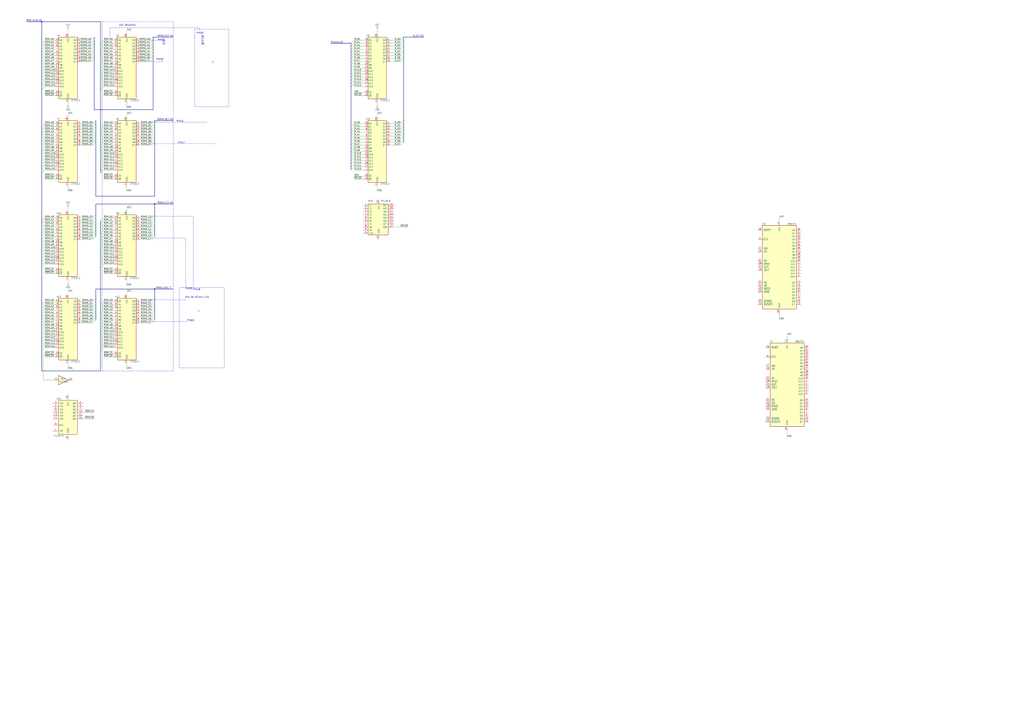
<source format=kicad_sch>
(kicad_sch (version 20211123) (generator eeschema)
  (paper "A1")
  (junction (at 34.29 17.78))
  (junction (at 127 167.64))
  (junction (at 127 237.49))
  (bus_entry (at 123.19 48.26) (size 2.54 -2.54))
  (bus_entry (at 76.2 111.76) (size 2.54 -2.54))
  (bus_entry (at 34.29 278.13) (size 2.54 -2.54))
  (bus_entry (at 34.29 212.09) (size 2.54 -2.54))
  (bus_entry (at 76.2 184.15) (size 2.54 -2.54))
  (bus_entry (at 82.55 106.68) (size 2.54 -2.54))
  (bus_entry (at 288.29 116.84) (size 2.54 -2.54))
  (bus_entry (at 288.29 111.76) (size 2.54 -2.54))
  (bus_entry (at 82.55 73.66) (size 2.54 -2.54))
  (bus_entry (at 123.19 38.1) (size 2.54 -2.54))
  (bus_entry (at 328.93 114.3) (size 2.54 -2.54))
  (bus_entry (at 34.29 45.72) (size 2.54 -2.54))
  (bus_entry (at 82.55 194.31) (size 2.54 -2.54))
  (bus_entry (at 34.29 73.66) (size 2.54 -2.54))
  (bus_entry (at 34.29 35.56) (size 2.54 -2.54))
  (bus_entry (at 76.2 109.22) (size 2.54 -2.54))
  (bus_entry (at 328.93 43.18) (size 2.54 -2.54))
  (bus_entry (at 76.2 106.68) (size 2.54 -2.54))
  (bus_entry (at 34.29 270.51) (size 2.54 -2.54))
  (bus_entry (at 82.55 217.17) (size 2.54 -2.54))
  (bus_entry (at 288.29 132.08) (size 2.54 -2.54))
  (bus_entry (at 82.55 219.71) (size 2.54 -2.54))
  (bus_entry (at 74.93 45.72) (size 2.54 -2.54))
  (bus_entry (at 82.55 142.24) (size 2.54 -2.54))
  (bus_entry (at 34.29 137.16) (size 2.54 -2.54))
  (bus_entry (at 82.55 204.47) (size 2.54 -2.54))
  (bus_entry (at 34.29 116.84) (size 2.54 -2.54))
  (bus_entry (at 288.29 137.16) (size 2.54 -2.54))
  (bus_entry (at 82.55 250.19) (size 2.54 -2.54))
  (bus_entry (at 124.46 179.07) (size 2.54 -2.54))
  (bus_entry (at 34.29 68.58) (size 2.54 -2.54))
  (bus_entry (at 82.55 262.89) (size 2.54 -2.54))
  (bus_entry (at 124.46 114.3) (size 2.54 -2.54))
  (bus_entry (at 124.46 116.84) (size 2.54 -2.54))
  (bus_entry (at 328.93 35.56) (size 2.54 -2.54))
  (bus_entry (at 328.93 106.68) (size 2.54 -2.54))
  (bus_entry (at 34.29 273.05) (size 2.54 -2.54))
  (bus_entry (at 328.93 116.84) (size 2.54 -2.54))
  (bus_entry (at 328.93 38.1) (size 2.54 -2.54))
  (bus_entry (at 76.2 257.81) (size 2.54 -2.54))
  (bus_entry (at 34.29 285.75) (size 2.54 -2.54))
  (bus_entry (at 76.2 181.61) (size 2.54 -2.54))
  (bus_entry (at 82.55 199.39) (size 2.54 -2.54))
  (bus_entry (at 76.2 191.77) (size 2.54 -2.54))
  (bus_entry (at 82.55 186.69) (size 2.54 -2.54))
  (bus_entry (at 124.46 247.65) (size 2.54 -2.54))
  (bus_entry (at 34.29 53.34) (size 2.54 -2.54))
  (bus_entry (at 82.55 50.8) (size 2.54 -2.54))
  (bus_entry (at 82.55 127) (size 2.54 -2.54))
  (bus_entry (at 82.55 275.59) (size 2.54 -2.54))
  (bus_entry (at 124.46 196.85) (size 2.54 -2.54))
  (bus_entry (at 76.2 114.3) (size 2.54 -2.54))
  (bus_entry (at 76.2 116.84) (size 2.54 -2.54))
  (bus_entry (at 76.2 255.27) (size 2.54 -2.54))
  (bus_entry (at 82.55 68.58) (size 2.54 -2.54))
  (bus_entry (at 82.55 48.26) (size 2.54 -2.54))
  (bus_entry (at 124.46 252.73) (size 2.54 -2.54))
  (bus_entry (at 76.2 247.65) (size 2.54 -2.54))
  (bus_entry (at 82.55 134.62) (size 2.54 -2.54))
  (bus_entry (at 34.29 142.24) (size 2.54 -2.54))
  (bus_entry (at 34.29 129.54) (size 2.54 -2.54))
  (bus_entry (at 34.29 280.67) (size 2.54 -2.54))
  (bus_entry (at 288.29 71.12) (size 2.54 -2.54))
  (bus_entry (at 34.29 43.18) (size 2.54 -2.54))
  (bus_entry (at 34.29 262.89) (size 2.54 -2.54))
  (bus_entry (at 34.29 63.5) (size 2.54 -2.54))
  (bus_entry (at 328.93 109.22) (size 2.54 -2.54))
  (bus_entry (at 74.93 35.56) (size 2.54 -2.54))
  (bus_entry (at 288.29 55.88) (size 2.54 -2.54))
  (bus_entry (at 288.29 35.56) (size 2.54 -2.54))
  (bus_entry (at 82.55 280.67) (size 2.54 -2.54))
  (bus_entry (at 76.2 194.31) (size 2.54 -2.54))
  (bus_entry (at 288.29 60.96) (size 2.54 -2.54))
  (bus_entry (at 124.46 181.61) (size 2.54 -2.54))
  (bus_entry (at 124.46 104.14) (size 2.54 -2.54))
  (bus_entry (at 76.2 196.85) (size 2.54 -2.54))
  (bus_entry (at 76.2 179.07) (size 2.54 -2.54))
  (bus_entry (at 82.55 214.63) (size 2.54 -2.54))
  (bus_entry (at 82.55 207.01) (size 2.54 -2.54))
  (bus_entry (at 124.46 194.31) (size 2.54 -2.54))
  (bus_entry (at 124.46 119.38) (size 2.54 -2.54))
  (bus_entry (at 288.29 63.5) (size 2.54 -2.54))
  (bus_entry (at 34.29 71.12) (size 2.54 -2.54))
  (bus_entry (at 288.29 68.58) (size 2.54 -2.54))
  (bus_entry (at 288.29 106.68) (size 2.54 -2.54))
  (bus_entry (at 34.29 40.64) (size 2.54 -2.54))
  (bus_entry (at 34.29 267.97) (size 2.54 -2.54))
  (bus_entry (at 123.19 40.64) (size 2.54 -2.54))
  (bus_entry (at 82.55 121.92) (size 2.54 -2.54))
  (bus_entry (at 82.55 191.77) (size 2.54 -2.54))
  (bus_entry (at 124.46 106.68) (size 2.54 -2.54))
  (bus_entry (at 82.55 55.88) (size 2.54 -2.54))
  (bus_entry (at 82.55 58.42) (size 2.54 -2.54))
  (bus_entry (at 76.2 101.6) (size 2.54 -2.54))
  (bus_entry (at 34.29 189.23) (size 2.54 -2.54))
  (bus_entry (at 34.29 119.38) (size 2.54 -2.54))
  (bus_entry (at 288.29 127) (size 2.54 -2.54))
  (bus_entry (at 34.29 257.81) (size 2.54 -2.54))
  (bus_entry (at 328.93 104.14) (size 2.54 -2.54))
  (bus_entry (at 328.93 119.38) (size 2.54 -2.54))
  (bus_entry (at 288.29 50.8) (size 2.54 -2.54))
  (bus_entry (at 328.93 33.02) (size 2.54 -2.54))
  (bus_entry (at 34.29 283.21) (size 2.54 -2.54))
  (bus_entry (at 34.29 260.35) (size 2.54 -2.54))
  (bus_entry (at 288.29 109.22) (size 2.54 -2.54))
  (bus_entry (at 123.19 50.8) (size 2.54 -2.54))
  (bus_entry (at 288.29 124.46) (size 2.54 -2.54))
  (bus_entry (at 288.29 114.3) (size 2.54 -2.54))
  (bus_entry (at 34.29 288.29) (size 2.54 -2.54))
  (bus_entry (at 82.55 66.04) (size 2.54 -2.54))
  (bus_entry (at 34.29 48.26) (size 2.54 -2.54))
  (bus_entry (at 82.55 114.3) (size 2.54 -2.54))
  (bus_entry (at 123.19 33.02) (size 2.54 -2.54))
  (bus_entry (at 288.29 45.72) (size 2.54 -2.54))
  (bus_entry (at 74.93 40.64) (size 2.54 -2.54))
  (bus_entry (at 82.55 181.61) (size 2.54 -2.54))
  (bus_entry (at 82.55 285.75) (size 2.54 -2.54))
  (bus_entry (at 34.29 132.08) (size 2.54 -2.54))
  (bus_entry (at 34.29 184.15) (size 2.54 -2.54))
  (bus_entry (at 76.2 260.35) (size 2.54 -2.54))
  (bus_entry (at 288.29 58.42) (size 2.54 -2.54))
  (bus_entry (at 76.2 189.23) (size 2.54 -2.54))
  (bus_entry (at 328.93 111.76) (size 2.54 -2.54))
  (bus_entry (at 124.46 189.23) (size 2.54 -2.54))
  (bus_entry (at 34.29 38.1) (size 2.54 -2.54))
  (bus_entry (at 124.46 265.43) (size 2.54 -2.54))
  (bus_entry (at 124.46 186.69) (size 2.54 -2.54))
  (bus_entry (at 34.29 204.47) (size 2.54 -2.54))
  (bus_entry (at 288.29 104.14) (size 2.54 -2.54))
  (bus_entry (at 34.29 111.76) (size 2.54 -2.54))
  (bus_entry (at 82.55 209.55) (size 2.54 -2.54))
  (bus_entry (at 82.55 60.96) (size 2.54 -2.54))
  (bus_entry (at 34.29 194.31) (size 2.54 -2.54))
  (bus_entry (at 82.55 116.84) (size 2.54 -2.54))
  (bus_entry (at 82.55 184.15) (size 2.54 -2.54))
  (bus_entry (at 288.29 129.54) (size 2.54 -2.54))
  (bus_entry (at 82.55 40.64) (size 2.54 -2.54))
  (bus_entry (at 76.2 104.14) (size 2.54 -2.54))
  (bus_entry (at 82.55 212.09) (size 2.54 -2.54))
  (bus_entry (at 82.55 111.76) (size 2.54 -2.54))
  (bus_entry (at 124.46 184.15) (size 2.54 -2.54))
  (bus_entry (at 328.93 45.72) (size 2.54 -2.54))
  (bus_entry (at 82.55 45.72) (size 2.54 -2.54))
  (bus_entry (at 124.46 255.27) (size 2.54 -2.54))
  (bus_entry (at 82.55 124.46) (size 2.54 -2.54))
  (bus_entry (at 124.46 257.81) (size 2.54 -2.54))
  (bus_entry (at 82.55 255.27) (size 2.54 -2.54))
  (bus_entry (at 34.29 104.14) (size 2.54 -2.54))
  (bus_entry (at 288.29 119.38) (size 2.54 -2.54))
  (bus_entry (at 82.55 278.13) (size 2.54 -2.54))
  (bus_entry (at 328.93 40.64) (size 2.54 -2.54))
  (bus_entry (at 34.29 55.88) (size 2.54 -2.54))
  (bus_entry (at 82.55 267.97) (size 2.54 -2.54))
  (bus_entry (at 82.55 137.16) (size 2.54 -2.54))
  (bus_entry (at 82.55 139.7) (size 2.54 -2.54))
  (bus_entry (at 124.46 262.89) (size 2.54 -2.54))
  (bus_entry (at 34.29 114.3) (size 2.54 -2.54))
  (bus_entry (at 82.55 273.05) (size 2.54 -2.54))
  (bus_entry (at 288.29 48.26) (size 2.54 -2.54))
  (bus_entry (at 123.19 35.56) (size 2.54 -2.54))
  (bus_entry (at 34.29 196.85) (size 2.54 -2.54))
  (bus_entry (at 34.29 66.04) (size 2.54 -2.54))
  (bus_entry (at 288.29 134.62) (size 2.54 -2.54))
  (bus_entry (at 34.29 217.17) (size 2.54 -2.54))
  (bus_entry (at 123.19 43.18) (size 2.54 -2.54))
  (bus_entry (at 124.46 111.76) (size 2.54 -2.54))
  (bus_entry (at 74.93 38.1) (size 2.54 -2.54))
  (bus_entry (at 34.29 60.96) (size 2.54 -2.54))
  (bus_entry (at 74.93 48.26) (size 2.54 -2.54))
  (bus_entry (at 82.55 109.22) (size 2.54 -2.54))
  (bus_entry (at 288.29 53.34) (size 2.54 -2.54))
  (bus_entry (at 82.55 43.18) (size 2.54 -2.54))
  (bus_entry (at 288.29 121.92) (size 2.54 -2.54))
  (bus_entry (at 82.55 63.5) (size 2.54 -2.54))
  (bus_entry (at 124.46 260.35) (size 2.54 -2.54))
  (bus_entry (at 82.55 252.73) (size 2.54 -2.54))
  (bus_entry (at 82.55 260.35) (size 2.54 -2.54))
  (bus_entry (at 76.2 252.73) (size 2.54 -2.54))
  (bus_entry (at 82.55 53.34) (size 2.54 -2.54))
  (bus_entry (at 76.2 265.43) (size 2.54 -2.54))
  (bus_entry (at 34.29 265.43) (size 2.54 -2.54))
  (bus_entry (at 288.29 38.1) (size 2.54 -2.54))
  (bus_entry (at 124.46 191.77) (size 2.54 -2.54))
  (bus_entry (at 34.29 207.01) (size 2.54 -2.54))
  (bus_entry (at 34.29 127) (size 2.54 -2.54))
  (bus_entry (at 82.55 270.51) (size 2.54 -2.54))
  (bus_entry (at 82.55 288.29) (size 2.54 -2.54))
  (bus_entry (at 34.29 250.19) (size 2.54 -2.54))
  (bus_entry (at 328.93 50.8) (size 2.54 -2.54))
  (bus_entry (at 34.29 124.46) (size 2.54 -2.54))
  (bus_entry (at 288.29 66.04) (size 2.54 -2.54))
  (bus_entry (at 82.55 38.1) (size 2.54 -2.54))
  (bus_entry (at 34.29 252.73) (size 2.54 -2.54))
  (bus_entry (at 328.93 101.6) (size 2.54 -2.54))
  (bus_entry (at 74.93 43.18) (size 2.54 -2.54))
  (bus_entry (at 124.46 250.19) (size 2.54 -2.54))
  (bus_entry (at 34.29 219.71) (size 2.54 -2.54))
  (bus_entry (at 82.55 196.85) (size 2.54 -2.54))
  (bus_entry (at 76.2 186.69) (size 2.54 -2.54))
  (bus_entry (at 76.2 262.89) (size 2.54 -2.54))
  (bus_entry (at 34.29 275.59) (size 2.54 -2.54))
  (bus_entry (at 34.29 134.62) (size 2.54 -2.54))
  (bus_entry (at 34.29 106.68) (size 2.54 -2.54))
  (bus_entry (at 34.29 181.61) (size 2.54 -2.54))
  (bus_entry (at 34.29 121.92) (size 2.54 -2.54))
  (bus_entry (at 82.55 132.08) (size 2.54 -2.54))
  (bus_entry (at 82.55 265.43) (size 2.54 -2.54))
  (bus_entry (at 288.29 40.64) (size 2.54 -2.54))
  (bus_entry (at 74.93 33.02) (size 2.54 -2.54))
  (bus_entry (at 76.2 250.19) (size 2.54 -2.54))
  (bus_entry (at 288.29 43.18) (size 2.54 -2.54))
  (bus_entry (at 82.55 201.93) (size 2.54 -2.54))
  (bus_entry (at 82.55 257.81) (size 2.54 -2.54))
  (bus_entry (at 34.29 201.93) (size 2.54 -2.54))
  (bus_entry (at 34.29 109.22) (size 2.54 -2.54))
  (bus_entry (at 288.29 139.7) (size 2.54 -2.54))
  (bus_entry (at 82.55 104.14) (size 2.54 -2.54))
  (bus_entry (at 34.29 209.55) (size 2.54 -2.54))
  (bus_entry (at 34.29 191.77) (size 2.54 -2.54))
  (bus_entry (at 34.29 139.7) (size 2.54 -2.54))
  (bus_entry (at 82.55 283.21) (size 2.54 -2.54))
  (bus_entry (at 34.29 199.39) (size 2.54 -2.54))
  (bus_entry (at 34.29 214.63) (size 2.54 -2.54))
  (bus_entry (at 76.2 119.38) (size 2.54 -2.54))
  (bus_entry (at 82.55 119.38) (size 2.54 -2.54))
  (bus_entry (at 82.55 71.12) (size 2.54 -2.54))
  (bus_entry (at 82.55 189.23) (size 2.54 -2.54))
  (bus_entry (at 82.55 35.56) (size 2.54 -2.54))
  (bus_entry (at 34.29 186.69) (size 2.54 -2.54))
  (bus_entry (at 328.93 48.26) (size 2.54 -2.54))
  (bus_entry (at 34.29 58.42) (size 2.54 -2.54))
  (bus_entry (at 124.46 109.22) (size 2.54 -2.54))
  (bus_entry (at 34.29 255.27) (size 2.54 -2.54))
  (bus_entry (at 123.19 45.72) (size 2.54 -2.54))
  (bus_entry (at 82.55 129.54) (size 2.54 -2.54))
  (bus_entry (at 34.29 50.8) (size 2.54 -2.54))
  (bus_entry (at 124.46 101.6) (size 2.54 -2.54))
  (bus_entry (at 74.93 50.8) (size 2.54 -2.54))
  (bus (pts (xy 331.47 30.48) (xy 347.98 30.48)))
  (wire (pts (xy 36.83 109.22) (xy 45.72 109.22)))
  (bus (pts (xy 78.74 245.11) (xy 78.74 237.49)))
  (bus (pts (xy 82.55 285.75) (xy 82.55 288.29)))
  (wire (pts (xy 36.83 106.68) (xy 45.72 106.68)))
  (wire (pts (xy 55.88 229.87) (xy 55.88 232.41)))
  (wire (pts (xy 36.83 139.7) (xy 45.72 139.7)))
  (wire (pts (xy 85.09 106.68) (xy 93.98 106.68)))
  (bus (pts (xy 127 184.15) (xy 127 186.69)))
  (bus (pts (xy 288.29 134.62) (xy 288.29 137.16)))
  (wire (pts (xy 85.09 189.23) (xy 93.98 189.23)))
  (bus (pts (xy 125.73 30.48) (xy 142.24 30.48)))
  (wire (pts (xy 85.09 214.63) (xy 93.98 214.63)))
  (wire (pts (xy 36.83 116.84) (xy 45.72 116.84)))
  (bus (pts (xy 34.29 124.46) (xy 34.29 127)))
  (bus (pts (xy 82.55 262.89) (xy 82.55 265.43)))
  (wire (pts (xy 66.04 260.35) (xy 76.2 260.35)))
  (wire (pts (xy 36.83 101.6) (xy 45.72 101.6)))
  (bus (pts (xy 288.29 137.16) (xy 288.29 139.7)))
  (bus (pts (xy 34.29 196.85) (xy 34.29 199.39)))
  (bus (pts (xy 127 109.22) (xy 127 106.68)))
  (wire (pts (xy 36.83 201.93) (xy 45.72 201.93)))
  (bus (pts (xy 34.29 250.19) (xy 34.29 252.73)))
  (wire (pts (xy 290.83 43.18) (xy 299.72 43.18)))
  (wire (pts (xy 66.04 109.22) (xy 76.2 109.22)))
  (bus (pts (xy 127 176.53) (xy 127 179.07)))
  (bus (pts (xy 82.55 267.97) (xy 82.55 270.51)))
  (bus (pts (xy 34.29 127) (xy 34.29 129.54)))
  (wire (pts (xy 290.83 68.58) (xy 299.72 68.58)))
  (wire (pts (xy 85.09 222.25) (xy 93.98 222.25)))
  (wire (pts (xy 290.83 55.88) (xy 299.72 55.88)))
  (wire (pts (xy 85.09 273.05) (xy 93.98 273.05)))
  (wire (pts (xy 85.09 35.56) (xy 93.98 35.56)))
  (polyline (pts (xy 152.4 243.84) (xy 152.4 246.38)))
  (bus (pts (xy 288.29 38.1) (xy 288.29 40.64)))
  (wire (pts (xy 85.09 262.89) (xy 93.98 262.89)))
  (bus (pts (xy 127 104.14) (xy 127 101.6)))
  (wire (pts (xy 85.09 101.6) (xy 93.98 101.6)))
  (wire (pts (xy 290.83 121.92) (xy 299.72 121.92)))
  (bus (pts (xy 82.55 212.09) (xy 82.55 214.63)))
  (polyline (pts (xy 160.02 24.13) (xy 160.02 31.75)))
  (wire (pts (xy 85.09 265.43) (xy 93.98 265.43)))
  (wire (pts (xy 290.83 101.6) (xy 299.72 101.6)))
  (wire (pts (xy 66.04 247.65) (xy 76.2 247.65)))
  (wire (pts (xy 290.83 45.72) (xy 299.72 45.72)))
  (bus (pts (xy 34.29 212.09) (xy 34.29 214.63)))
  (wire (pts (xy 320.04 114.3) (xy 328.93 114.3)))
  (wire (pts (xy 66.04 255.27) (xy 76.2 255.27)))
  (polyline (pts (xy 187.96 87.63) (xy 187.96 24.13)))
  (bus (pts (xy 82.55 55.88) (xy 82.55 58.42)))
  (wire (pts (xy 320.04 111.76) (xy 328.93 111.76)))
  (wire (pts (xy 104.14 83.82) (xy 104.14 88.9)))
  (wire (pts (xy 114.3 111.76) (xy 124.46 111.76)))
  (bus (pts (xy 78.74 99.06) (xy 78.74 101.6)))
  (wire (pts (xy 85.09 33.02) (xy 93.98 33.02)))
  (bus (pts (xy 78.74 255.27) (xy 78.74 252.73)))
  (wire (pts (xy 320.04 109.22) (xy 328.93 109.22)))
  (wire (pts (xy 36.83 224.79) (xy 45.72 224.79)))
  (wire (pts (xy 36.83 179.07) (xy 45.72 179.07)))
  (wire (pts (xy 36.83 134.62) (xy 45.72 134.62)))
  (wire (pts (xy 114.3 45.72) (xy 123.19 45.72)))
  (bus (pts (xy 82.55 116.84) (xy 82.55 119.38)))
  (wire (pts (xy 66.04 262.89) (xy 76.2 262.89)))
  (wire (pts (xy 85.09 137.16) (xy 93.98 137.16)))
  (bus (pts (xy 34.29 53.34) (xy 34.29 55.88)))
  (wire (pts (xy 36.83 257.81) (xy 45.72 257.81)))
  (wire (pts (xy 66.04 35.56) (xy 74.93 35.56)))
  (wire (pts (xy 66.04 48.26) (xy 74.93 48.26)))
  (wire (pts (xy 104.14 229.87) (xy 104.14 234.95)))
  (bus (pts (xy 127 116.84) (xy 127 114.3)))
  (wire (pts (xy 85.09 55.88) (xy 93.98 55.88)))
  (wire (pts (xy 85.09 255.27) (xy 93.98 255.27)))
  (bus (pts (xy 34.29 204.47) (xy 34.29 207.01)))
  (wire (pts (xy 36.83 129.54) (xy 45.72 129.54)))
  (bus (pts (xy 127 260.35) (xy 127 262.89)))
  (wire (pts (xy 114.3 191.77) (xy 124.46 191.77)))
  (bus (pts (xy 125.73 48.26) (xy 125.73 90.17)))
  (bus (pts (xy 34.29 63.5) (xy 34.29 66.04)))
  (wire (pts (xy 290.83 38.1) (xy 299.72 38.1)))
  (wire (pts (xy 85.09 104.14) (xy 93.98 104.14)))
  (bus (pts (xy 127 186.69) (xy 127 189.23)))
  (bus (pts (xy 127 255.27) (xy 127 257.81)))
  (wire (pts (xy 66.04 181.61) (xy 76.2 181.61)))
  (bus (pts (xy 82.55 204.47) (xy 82.55 207.01)))
  (bus (pts (xy 34.29 119.38) (xy 34.29 121.92)))
  (bus (pts (xy 331.47 45.72) (xy 331.47 48.26)))
  (wire (pts (xy 35.56 312.42) (xy 44.45 312.42)))
  (wire (pts (xy 114.3 262.89) (xy 124.46 262.89)))
  (wire (pts (xy 85.09 114.3) (xy 93.98 114.3)))
  (bus (pts (xy 78.74 250.19) (xy 78.74 247.65)))
  (wire (pts (xy 85.09 124.46) (xy 93.98 124.46)))
  (bus (pts (xy 82.55 219.71) (xy 82.55 250.19)))
  (wire (pts (xy 290.83 116.84) (xy 299.72 116.84)))
  (wire (pts (xy 85.09 45.72) (xy 93.98 45.72)))
  (wire (pts (xy 36.83 48.26) (xy 45.72 48.26)))
  (bus (pts (xy 82.55 194.31) (xy 82.55 196.85)))
  (bus (pts (xy 331.47 30.48) (xy 331.47 33.02)))
  (bus (pts (xy 34.29 265.43) (xy 34.29 267.97)))
  (wire (pts (xy 85.09 63.5) (xy 93.98 63.5)))
  (polyline (pts (xy 123.19 33.02) (xy 134.62 33.02)))
  (bus (pts (xy 82.55 58.42) (xy 82.55 60.96)))
  (wire (pts (xy 36.83 45.72) (xy 45.72 45.72)))
  (bus (pts (xy 78.74 111.76) (xy 78.74 114.3)))
  (bus (pts (xy 331.47 38.1) (xy 331.47 40.64)))
  (wire (pts (xy 66.04 38.1) (xy 74.93 38.1)))
  (polyline (pts (xy 142.24 304.8) (xy 142.24 17.78)))
  (bus (pts (xy 82.55 45.72) (xy 82.55 48.26)))
  (polyline (pts (xy 133.35 49.53) (xy 133.35 50.8)))
  (wire (pts (xy 85.09 283.21) (xy 93.98 283.21)))
  (wire (pts (xy 114.3 184.15) (xy 124.46 184.15)))
  (polyline (pts (xy 160.02 30.48) (xy 160.02 87.63)))
  (polyline (pts (xy 83.82 17.78) (xy 83.82 304.8)))
  (bus (pts (xy 34.29 189.23) (xy 34.29 191.77)))
  (bus (pts (xy 78.74 176.53) (xy 78.74 167.64)))
  (bus (pts (xy 127 189.23) (xy 127 191.77)))
  (wire (pts (xy 85.09 116.84) (xy 93.98 116.84)))
  (wire (pts (xy 85.09 224.79) (xy 93.98 224.79)))
  (wire (pts (xy 36.83 78.74) (xy 45.72 78.74)))
  (bus (pts (xy 34.29 17.78) (xy 82.55 17.78)))
  (wire (pts (xy 85.09 207.01) (xy 93.98 207.01)))
  (wire (pts (xy 66.04 33.02) (xy 74.93 33.02)))
  (wire (pts (xy 35.56 290.83) (xy 35.56 312.42)))
  (bus (pts (xy 82.55 275.59) (xy 82.55 278.13)))
  (wire (pts (xy 114.3 35.56) (xy 123.19 35.56)))
  (wire (pts (xy 66.04 114.3) (xy 76.2 114.3)))
  (bus (pts (xy 82.55 255.27) (xy 82.55 257.81)))
  (wire (pts (xy 290.83 104.14) (xy 299.72 104.14)))
  (bus (pts (xy 34.29 201.93) (xy 34.29 204.47)))
  (bus (pts (xy 78.74 161.29) (xy 127 161.29)))
  (bus (pts (xy 288.29 35.56) (xy 288.29 38.1)))
  (wire (pts (xy 85.09 179.07) (xy 93.98 179.07)))
  (wire (pts (xy 85.09 66.04) (xy 93.98 66.04)))
  (wire (pts (xy 290.83 71.12) (xy 299.72 71.12)))
  (bus (pts (xy 127 247.65) (xy 127 250.19)))
  (wire (pts (xy 85.09 121.92) (xy 93.98 121.92)))
  (bus (pts (xy 34.29 71.12) (xy 34.29 73.66)))
  (bus (pts (xy 34.29 73.66) (xy 34.29 104.14)))
  (bus (pts (xy 21.59 17.78) (xy 34.29 17.78)))
  (wire (pts (xy 85.09 129.54) (xy 93.98 129.54)))
  (bus (pts (xy 82.55 199.39) (xy 82.55 201.93)))
  (bus (pts (xy 34.29 209.55) (xy 34.29 212.09)))
  (bus (pts (xy 78.74 167.64) (xy 127 167.64)))
  (wire (pts (xy 290.83 139.7) (xy 299.72 139.7)))
  (wire (pts (xy 104.14 152.4) (xy 104.14 157.48)))
  (bus (pts (xy 82.55 184.15) (xy 82.55 186.69)))
  (bus (pts (xy 34.29 137.16) (xy 34.29 139.7)))
  (wire (pts (xy 290.83 33.02) (xy 299.72 33.02)))
  (wire (pts (xy 36.83 60.96) (xy 45.72 60.96)))
  (wire (pts (xy 85.09 293.37) (xy 93.98 293.37)))
  (wire (pts (xy 320.04 50.8) (xy 328.93 50.8)))
  (wire (pts (xy 36.83 50.8) (xy 45.72 50.8)))
  (wire (pts (xy 36.83 137.16) (xy 45.72 137.16)))
  (wire (pts (xy 290.83 76.2) (xy 299.72 76.2)))
  (bus (pts (xy 34.29 181.61) (xy 34.29 184.15)))
  (wire (pts (xy 85.09 127) (xy 93.98 127)))
  (bus (pts (xy 82.55 189.23) (xy 82.55 191.77)))
  (bus (pts (xy 82.55 257.81) (xy 82.55 260.35)))
  (bus (pts (xy 288.29 121.92) (xy 288.29 124.46)))
  (bus (pts (xy 125.73 33.02) (xy 125.73 35.56)))
  (wire (pts (xy 320.04 38.1) (xy 328.93 38.1)))
  (bus (pts (xy 288.29 48.26) (xy 288.29 50.8)))
  (bus (pts (xy 82.55 35.56) (xy 82.55 38.1)))
  (wire (pts (xy 36.83 144.78) (xy 45.72 144.78)))
  (bus (pts (xy 34.29 35.56) (xy 34.29 38.1)))
  (wire (pts (xy 66.04 265.43) (xy 76.2 265.43)))
  (bus (pts (xy 34.29 280.67) (xy 34.29 283.21)))
  (wire (pts (xy 85.09 267.97) (xy 93.98 267.97)))
  (wire (pts (xy 36.83 124.46) (xy 45.72 124.46)))
  (bus (pts (xy 78.74 262.89) (xy 78.74 260.35)))
  (polyline (pts (xy 124.46 195.58) (xy 152.4 195.58)))
  (polyline (pts (xy 83.82 17.78) (xy 142.24 17.78)))
  (bus (pts (xy 288.29 55.88) (xy 288.29 58.42)))
  (bus (pts (xy 78.74 186.69) (xy 78.74 184.15)))
  (bus (pts (xy 82.55 283.21) (xy 82.55 285.75)))
  (bus (pts (xy 288.29 109.22) (xy 288.29 111.76)))
  (wire (pts (xy 290.83 58.42) (xy 299.72 58.42)))
  (bus (pts (xy 77.47 90.17) (xy 125.73 90.17)))
  (wire (pts (xy 66.04 101.6) (xy 76.2 101.6)))
  (bus (pts (xy 34.29 45.72) (xy 34.29 48.26)))
  (polyline (pts (xy 90.17 22.86) (xy 163.83 22.86)))
  (bus (pts (xy 82.55 124.46) (xy 82.55 127)))
  (wire (pts (xy 55.88 83.82) (xy 55.88 86.36)))
  (bus (pts (xy 77.47 38.1) (xy 77.47 40.64)))
  (wire (pts (xy 290.83 40.64) (xy 299.72 40.64)))
  (bus (pts (xy 34.29 58.42) (xy 34.29 60.96)))
  (bus (pts (xy 82.55 114.3) (xy 82.55 116.84)))
  (wire (pts (xy 320.04 101.6) (xy 328.93 101.6)))
  (wire (pts (xy 36.83 278.13) (xy 45.72 278.13)))
  (bus (pts (xy 288.29 106.68) (xy 288.29 109.22)))
  (bus (pts (xy 82.55 217.17) (xy 82.55 219.71)))
  (wire (pts (xy 320.04 104.14) (xy 328.93 104.14)))
  (wire (pts (xy 85.09 199.39) (xy 93.98 199.39)))
  (wire (pts (xy 66.04 179.07) (xy 76.2 179.07)))
  (wire (pts (xy 36.83 255.27) (xy 45.72 255.27)))
  (wire (pts (xy 85.09 250.19) (xy 93.98 250.19)))
  (bus (pts (xy 82.55 119.38) (xy 82.55 121.92)))
  (bus (pts (xy 331.47 111.76) (xy 331.47 114.3)))
  (wire (pts (xy 36.83 181.61) (xy 45.72 181.61)))
  (wire (pts (xy 114.3 247.65) (xy 124.46 247.65)))
  (polyline (pts (xy 160.02 87.63) (xy 187.96 87.63)))
  (wire (pts (xy 36.83 207.01) (xy 45.72 207.01)))
  (bus (pts (xy 127 191.77) (xy 127 194.31)))
  (wire (pts (xy 114.3 189.23) (xy 124.46 189.23)))
  (wire (pts (xy 36.83 189.23) (xy 45.72 189.23)))
  (wire (pts (xy 85.09 285.75) (xy 93.98 285.75)))
  (bus (pts (xy 288.29 53.34) (xy 288.29 55.88)))
  (wire (pts (xy 320.04 33.02) (xy 328.93 33.02)))
  (wire (pts (xy 36.83 63.5) (xy 45.72 63.5)))
  (bus (pts (xy 82.55 129.54) (xy 82.55 132.08)))
  (bus (pts (xy 82.55 132.08) (xy 82.55 134.62)))
  (polyline (pts (xy 124.46 264.16) (xy 153.67 264.16)))
  (bus (pts (xy 34.29 68.58) (xy 34.29 71.12)))
  (wire (pts (xy 290.83 144.78) (xy 299.72 144.78)))
  (bus (pts (xy 288.29 68.58) (xy 288.29 71.12)))
  (bus (pts (xy 34.29 48.26) (xy 34.29 50.8)))
  (wire (pts (xy 36.83 265.43) (xy 45.72 265.43)))
  (bus (pts (xy 34.29 267.97) (xy 34.29 270.51)))
  (bus (pts (xy 82.55 43.18) (xy 82.55 45.72)))
  (wire (pts (xy 36.83 132.08) (xy 45.72 132.08)))
  (wire (pts (xy 55.88 24.13) (xy 55.88 27.94)))
  (bus (pts (xy 82.55 73.66) (xy 82.55 104.14)))
  (bus (pts (xy 34.29 207.01) (xy 34.29 209.55)))
  (bus (pts (xy 34.29 40.64) (xy 34.29 43.18)))
  (wire (pts (xy 114.3 50.8) (xy 123.19 50.8)))
  (polyline (pts (xy 83.82 304.8) (xy 142.24 304.8)))
  (bus (pts (xy 34.29 43.18) (xy 34.29 45.72)))
  (wire (pts (xy 85.09 252.73) (xy 93.98 252.73)))
  (wire (pts (xy 36.83 191.77) (xy 45.72 191.77)))
  (bus (pts (xy 34.29 121.92) (xy 34.29 124.46)))
  (wire (pts (xy 104.14 93.98) (xy 104.14 96.52)))
  (bus (pts (xy 82.55 191.77) (xy 82.55 194.31)))
  (bus (pts (xy 127 181.61) (xy 127 184.15)))
  (wire (pts (xy 85.09 270.51) (xy 93.98 270.51)))
  (wire (pts (xy 36.83 214.63) (xy 45.72 214.63)))
  (wire (pts (xy 36.83 127) (xy 45.72 127)))
  (bus (pts (xy 127 237.49) (xy 127 245.11)))
  (wire (pts (xy 320.04 45.72) (xy 328.93 45.72)))
  (wire (pts (xy 36.83 222.25) (xy 45.72 222.25)))
  (wire (pts (xy 114.3 48.26) (xy 123.19 48.26)))
  (bus (pts (xy 82.55 139.7) (xy 82.55 142.24)))
  (bus (pts (xy 34.29 116.84) (xy 34.29 119.38)))
  (wire (pts (xy 85.09 139.7) (xy 93.98 139.7)))
  (polyline (pts (xy 163.83 22.86) (xy 163.83 25.4)))
  (bus (pts (xy 34.29 285.75) (xy 34.29 288.29)))
  (bus (pts (xy 82.55 209.55) (xy 82.55 212.09)))
  (wire (pts (xy 85.09 71.12) (xy 93.98 71.12)))
  (bus (pts (xy 34.29 199.39) (xy 34.29 201.93)))
  (wire (pts (xy 66.04 196.85) (xy 76.2 196.85)))
  (wire (pts (xy 36.83 114.3) (xy 45.72 114.3)))
  (bus (pts (xy 82.55 121.92) (xy 82.55 124.46)))
  (bus (pts (xy 34.29 214.63) (xy 34.29 217.17)))
  (wire (pts (xy 36.83 293.37) (xy 45.72 293.37)))
  (bus (pts (xy 82.55 17.78) (xy 82.55 35.56)))
  (wire (pts (xy 114.3 43.18) (xy 123.19 43.18)))
  (wire (pts (xy 36.83 71.12) (xy 45.72 71.12)))
  (bus (pts (xy 125.73 35.56) (xy 125.73 38.1)))
  (bus (pts (xy 82.55 137.16) (xy 82.55 139.7)))
  (wire (pts (xy 323.85 186.69) (xy 335.28 186.69)))
  (bus (pts (xy 78.74 106.68) (xy 78.74 109.22)))
  (wire (pts (xy 36.83 186.69) (xy 45.72 186.69)))
  (bus (pts (xy 331.47 104.14) (xy 331.47 106.68)))
  (bus (pts (xy 82.55 196.85) (xy 82.55 199.39)))
  (wire (pts (xy 36.83 104.14) (xy 45.72 104.14)))
  (wire (pts (xy 85.09 119.38) (xy 93.98 119.38)))
  (wire (pts (xy 66.04 50.8) (xy 74.93 50.8)))
  (bus (pts (xy 331.47 48.26) (xy 331.47 99.06)))
  (bus (pts (xy 34.29 38.1) (xy 34.29 40.64)))
  (bus (pts (xy 331.47 106.68) (xy 331.47 109.22)))
  (wire (pts (xy 290.83 127) (xy 299.72 127)))
  (bus (pts (xy 78.74 116.84) (xy 78.74 161.29)))
  (wire (pts (xy 66.04 43.18) (xy 74.93 43.18)))
  (wire (pts (xy 85.09 257.81) (xy 93.98 257.81)))
  (wire (pts (xy 104.14 171.45) (xy 104.14 173.99)))
  (wire (pts (xy 35.56 290.83) (xy 45.72 290.83)))
  (polyline (pts (xy 123.19 50.8) (xy 133.35 50.8)))
  (bus (pts (xy 78.74 189.23) (xy 78.74 186.69)))
  (bus (pts (xy 34.29 109.22) (xy 34.29 111.76)))
  (bus (pts (xy 127 167.64) (xy 142.24 167.64)))
  (bus (pts (xy 77.47 30.48) (xy 77.47 33.02)))
  (wire (pts (xy 85.09 78.74) (xy 93.98 78.74)))
  (wire (pts (xy 114.3 260.35) (xy 124.46 260.35)))
  (polyline (pts (xy 147.32 237.49) (xy 147.32 302.26)))
  (polyline (pts (xy 158.75 177.8) (xy 158.75 237.49)))
  (bus (pts (xy 127 252.73) (xy 127 255.27)))
  (wire (pts (xy 290.83 132.08) (xy 299.72 132.08)))
  (wire (pts (xy 114.3 38.1) (xy 123.19 38.1)))
  (wire (pts (xy 114.3 101.6) (xy 124.46 101.6)))
  (bus (pts (xy 34.29 104.14) (xy 34.29 106.68)))
  (bus (pts (xy 77.47 40.64) (xy 77.47 43.18)))
  (wire (pts (xy 85.09 280.67) (xy 93.98 280.67)))
  (wire (pts (xy 85.09 48.26) (xy 93.98 48.26)))
  (wire (pts (xy 85.09 278.13) (xy 93.98 278.13)))
  (wire (pts (xy 36.83 76.2) (xy 45.72 76.2)))
  (wire (pts (xy 290.83 66.04) (xy 299.72 66.04)))
  (bus (pts (xy 82.55 181.61) (xy 82.55 184.15)))
  (wire (pts (xy 85.09 181.61) (xy 93.98 181.61)))
  (wire (pts (xy 85.09 53.34) (xy 93.98 53.34)))
  (wire (pts (xy 114.3 181.61) (xy 124.46 181.61)))
  (bus (pts (xy 34.29 114.3) (xy 34.29 116.84)))
  (wire (pts (xy 36.83 212.09) (xy 45.72 212.09)))
  (bus (pts (xy 78.74 101.6) (xy 78.74 104.14)))
  (bus (pts (xy 288.29 124.46) (xy 288.29 127)))
  (bus (pts (xy 34.29 217.17) (xy 34.29 219.71)))
  (bus (pts (xy 125.73 43.18) (xy 125.73 45.72)))
  (wire (pts (xy 114.3 252.73) (xy 124.46 252.73)))
  (bus (pts (xy 82.55 288.29) (xy 82.55 304.8)))
  (bus (pts (xy 288.29 114.3) (xy 288.29 116.84)))
  (bus (pts (xy 331.47 99.06) (xy 331.47 101.6)))
  (bus (pts (xy 82.55 111.76) (xy 82.55 114.3)))
  (wire (pts (xy 646.43 354.33) (xy 646.43 359.41)))
  (bus (pts (xy 77.47 33.02) (xy 77.47 35.56)))
  (bus (pts (xy 82.55 60.96) (xy 82.55 63.5)))
  (wire (pts (xy 640.08 179.07) (xy 640.08 181.61)))
  (bus (pts (xy 78.74 109.22) (xy 78.74 111.76)))
  (bus (pts (xy 34.29 55.88) (xy 34.29 58.42)))
  (wire (pts (xy 36.83 204.47) (xy 45.72 204.47)))
  (bus (pts (xy 82.55 201.93) (xy 82.55 204.47)))
  (polyline (pts (xy 187.96 24.13) (xy 160.02 24.13)))
  (wire (pts (xy 36.83 275.59) (xy 45.72 275.59)))
  (bus (pts (xy 82.55 186.69) (xy 82.55 189.23)))
  (polyline (pts (xy 123.19 246.38) (xy 152.4 246.38)))
  (bus (pts (xy 125.73 45.72) (xy 125.73 48.26)))
  (wire (pts (xy 36.83 280.67) (xy 45.72 280.67)))
  (bus (pts (xy 82.55 38.1) (xy 82.55 40.64)))
  (wire (pts (xy 85.09 194.31) (xy 93.98 194.31)))
  (bus (pts (xy 82.55 71.12) (xy 82.55 73.66)))
  (bus (pts (xy 34.29 219.71) (xy 34.29 250.19)))
  (bus (pts (xy 34.29 184.15) (xy 34.29 186.69)))
  (wire (pts (xy 85.09 275.59) (xy 93.98 275.59)))
  (wire (pts (xy 85.09 184.15) (xy 93.98 184.15)))
  (bus (pts (xy 331.47 109.22) (xy 331.47 111.76)))
  (wire (pts (xy 68.58 339.09) (xy 77.47 339.09)))
  (wire (pts (xy 85.09 247.65) (xy 93.98 247.65)))
  (bus (pts (xy 82.55 304.8) (xy 34.29 304.8)))
  (bus (pts (xy 127 245.11) (xy 127 247.65)))
  (wire (pts (xy 114.3 255.27) (xy 124.46 255.27)))
  (wire (pts (xy 309.88 93.98) (xy 309.88 96.52)))
  (bus (pts (xy 78.74 194.31) (xy 78.74 191.77)))
  (wire (pts (xy 104.14 240.03) (xy 104.14 242.57)))
  (wire (pts (xy 36.83 250.19) (xy 45.72 250.19)))
  (bus (pts (xy 127 167.64) (xy 127 176.53)))
  (bus (pts (xy 34.29 273.05) (xy 34.29 275.59)))
  (bus (pts (xy 82.55 40.64) (xy 82.55 43.18)))
  (wire (pts (xy 85.09 290.83) (xy 93.98 290.83)))
  (wire (pts (xy 320.04 40.64) (xy 328.93 40.64)))
  (bus (pts (xy 127 106.68) (xy 127 104.14)))
  (wire (pts (xy 290.83 119.38) (xy 299.72 119.38)))
  (wire (pts (xy 85.09 38.1) (xy 93.98 38.1)))
  (wire (pts (xy 290.83 106.68) (xy 299.72 106.68)))
  (wire (pts (xy 85.09 186.69) (xy 93.98 186.69)))
  (wire (pts (xy 320.04 43.18) (xy 328.93 43.18)))
  (bus (pts (xy 78.74 260.35) (xy 78.74 257.81)))
  (wire (pts (xy 320.04 48.26) (xy 328.93 48.26)))
  (bus (pts (xy 34.29 278.13) (xy 34.29 280.67)))
  (bus (pts (xy 34.29 260.35) (xy 34.29 262.89)))
  (bus (pts (xy 82.55 48.26) (xy 82.55 50.8)))
  (wire (pts (xy 66.04 184.15) (xy 76.2 184.15)))
  (wire (pts (xy 114.3 196.85) (xy 124.46 196.85)))
  (bus (pts (xy 288.29 104.14) (xy 288.29 106.68)))
  (wire (pts (xy 309.88 83.82) (xy 309.88 86.36)))
  (bus (pts (xy 34.29 255.27) (xy 34.29 257.81)))
  (bus (pts (xy 82.55 252.73) (xy 82.55 255.27)))
  (bus (pts (xy 78.74 181.61) (xy 78.74 179.07)))
  (wire (pts (xy 290.83 114.3) (xy 299.72 114.3)))
  (wire (pts (xy 36.83 68.58) (xy 45.72 68.58)))
  (wire (pts (xy 68.58 344.17) (xy 77.47 344.17)))
  (bus (pts (xy 78.74 114.3) (xy 78.74 116.84)))
  (bus (pts (xy 127 237.49) (xy 142.24 237.49)))
  (wire (pts (xy 36.83 55.88) (xy 45.72 55.88)))
  (bus (pts (xy 34.29 304.8) (xy 34.29 288.29)))
  (bus (pts (xy 288.29 71.12) (xy 288.29 104.14)))
  (wire (pts (xy 36.83 267.97) (xy 45.72 267.97)))
  (wire (pts (xy 290.83 109.22) (xy 299.72 109.22)))
  (wire (pts (xy 320.04 116.84) (xy 328.93 116.84)))
  (bus (pts (xy 288.29 45.72) (xy 288.29 48.26)))
  (bus (pts (xy 34.29 35.56) (xy 34.29 17.78)))
  (bus (pts (xy 127 101.6) (xy 127 99.06)))
  (wire (pts (xy 36.83 38.1) (xy 45.72 38.1)))
  (wire (pts (xy 85.09 209.55) (xy 93.98 209.55)))
  (bus (pts (xy 331.47 35.56) (xy 331.47 38.1)))
  (wire (pts (xy 36.83 43.18) (xy 45.72 43.18)))
  (wire (pts (xy 85.09 40.64) (xy 93.98 40.64)))
  (wire (pts (xy 85.09 217.17) (xy 93.98 217.17)))
  (wire (pts (xy 66.04 104.14) (xy 76.2 104.14)))
  (wire (pts (xy 36.83 260.35) (xy 45.72 260.35)))
  (wire (pts (xy 36.83 252.73) (xy 45.72 252.73)))
  (bus (pts (xy 34.29 106.68) (xy 34.29 109.22)))
  (wire (pts (xy 290.83 53.34) (xy 299.72 53.34)))
  (bus (pts (xy 331.47 114.3) (xy 331.47 116.84)))
  (bus (pts (xy 77.47 48.26) (xy 77.47 90.17)))
  (bus (pts (xy 82.55 207.01) (xy 82.55 209.55)))
  (wire (pts (xy 66.04 194.31) (xy 76.2 194.31)))
  (wire (pts (xy 36.83 111.76) (xy 45.72 111.76)))
  (bus (pts (xy 127 99.06) (xy 142.24 99.06)))
  (wire (pts (xy 320.04 106.68) (xy 328.93 106.68)))
  (wire (pts (xy 36.83 66.04) (xy 45.72 66.04)))
  (wire (pts (xy 55.88 298.45) (xy 55.88 303.53)))
  (wire (pts (xy 114.3 109.22) (xy 124.46 109.22)))
  (wire (pts (xy 55.88 240.03) (xy 55.88 242.57)))
  (bus (pts (xy 288.29 50.8) (xy 288.29 53.34)))
  (wire (pts (xy 66.04 45.72) (xy 74.93 45.72)))
  (wire (pts (xy 66.04 250.19) (xy 76.2 250.19)))
  (polyline (pts (xy 147.32 236.22) (xy 184.15 236.22)))
  (polyline (pts (xy 124.46 100.33) (xy 170.18 100.33)))
  (wire (pts (xy 290.83 147.32) (xy 299.72 147.32)))
  (wire (pts (xy 290.83 60.96) (xy 299.72 60.96)))
  (wire (pts (xy 114.3 257.81) (xy 124.46 257.81)))
  (wire (pts (xy 66.04 189.23) (xy 76.2 189.23)))
  (bus (pts (xy 34.29 191.77) (xy 34.29 194.31)))
  (wire (pts (xy 36.83 262.89) (xy 45.72 262.89)))
  (wire (pts (xy 66.04 186.69) (xy 76.2 186.69)))
  (wire (pts (xy 114.3 114.3) (xy 124.46 114.3)))
  (wire (pts (xy 290.83 111.76) (xy 299.72 111.76)))
  (wire (pts (xy 36.83 184.15) (xy 45.72 184.15)))
  (wire (pts (xy 114.3 33.02) (xy 123.19 33.02)))
  (wire (pts (xy 114.3 104.14) (xy 124.46 104.14)))
  (bus (pts (xy 127 257.81) (xy 127 260.35)))
  (bus (pts (xy 34.29 252.73) (xy 34.29 255.27)))
  (bus (pts (xy 82.55 273.05) (xy 82.55 275.59)))
  (wire (pts (xy 36.83 194.31) (xy 45.72 194.31)))
  (polyline (pts (xy 184.15 302.26) (xy 184.15 236.22)))
  (bus (pts (xy 125.73 30.48) (xy 125.73 33.02)))
  (bus (pts (xy 82.55 250.19) (xy 82.55 252.73)))
  (wire (pts (xy 85.09 60.96) (xy 93.98 60.96)))
  (wire (pts (xy 290.83 63.5) (xy 299.72 63.5)))
  (bus (pts (xy 82.55 68.58) (xy 82.55 71.12)))
  (bus (pts (xy 82.55 109.22) (xy 82.55 111.76)))
  (bus (pts (xy 288.29 116.84) (xy 288.29 119.38)))
  (wire (pts (xy 55.88 152.4) (xy 55.88 157.48)))
  (wire (pts (xy 646.43 275.59) (xy 646.43 278.13)))
  (bus (pts (xy 78.74 247.65) (xy 78.74 245.11)))
  (wire (pts (xy 66.04 191.77) (xy 76.2 191.77)))
  (wire (pts (xy 85.09 109.22) (xy 93.98 109.22)))
  (wire (pts (xy 114.3 194.31) (xy 124.46 194.31)))
  (bus (pts (xy 288.29 58.42) (xy 288.29 60.96)))
  (wire (pts (xy 104.14 298.45) (xy 104.14 303.53)))
  (bus (pts (xy 82.55 104.14) (xy 82.55 106.68)))
  (bus (pts (xy 34.29 129.54) (xy 34.29 132.08)))
  (bus (pts (xy 288.29 132.08) (xy 288.29 134.62)))
  (wire (pts (xy 66.04 257.81) (xy 76.2 257.81)))
  (wire (pts (xy 85.09 191.77) (xy 93.98 191.77)))
  (bus (pts (xy 77.47 43.18) (xy 77.47 45.72)))
  (wire (pts (xy 66.04 116.84) (xy 76.2 116.84)))
  (bus (pts (xy 82.55 278.13) (xy 82.55 280.67)))
  (wire (pts (xy 36.83 58.42) (xy 45.72 58.42)))
  (bus (pts (xy 82.55 63.5) (xy 82.55 66.04)))
  (wire (pts (xy 85.09 204.47) (xy 93.98 204.47)))
  (wire (pts (xy 85.09 76.2) (xy 93.98 76.2)))
  (wire (pts (xy 36.83 121.92) (xy 45.72 121.92)))
  (wire (pts (xy 114.3 186.69) (xy 124.46 186.69)))
  (bus (pts (xy 78.74 252.73) (xy 78.74 250.19)))
  (bus (pts (xy 78.74 179.07) (xy 78.74 176.53)))
  (wire (pts (xy 290.83 48.26) (xy 299.72 48.26)))
  (wire (pts (xy 309.88 24.13) (xy 309.88 27.94)))
  (bus (pts (xy 34.29 142.24) (xy 34.29 181.61)))
  (bus (pts (xy 271.78 35.56) (xy 288.29 35.56)))
  (bus (pts (xy 82.55 270.51) (xy 82.55 273.05)))
  (wire (pts (xy 290.83 124.46) (xy 299.72 124.46)))
  (bus (pts (xy 331.47 33.02) (xy 331.47 35.56)))
  (wire (pts (xy 36.83 199.39) (xy 45.72 199.39)))
  (bus (pts (xy 34.29 132.08) (xy 34.29 134.62)))
  (bus (pts (xy 34.29 275.59) (xy 34.29 278.13)))
  (wire (pts (xy 85.09 134.62) (xy 93.98 134.62)))
  (polyline (pts (xy 124.46 118.11) (xy 177.8 118.11)))
  (wire (pts (xy 36.83 209.55) (xy 45.72 209.55)))
  (wire (pts (xy 36.83 53.34) (xy 45.72 53.34)))
  (bus (pts (xy 127 111.76) (xy 127 109.22)))
  (bus (pts (xy 331.47 40.64) (xy 331.47 43.18)))
  (bus (pts (xy 78.74 237.49) (xy 127 237.49)))
  (polyline (pts (xy 147.32 302.26) (xy 184.15 302.26)))
  (bus (pts (xy 78.74 191.77) (xy 78.74 189.23)))
  (bus (pts (xy 34.29 186.69) (xy 34.29 189.23)))
  (wire (pts (xy 66.04 252.73) (xy 76.2 252.73)))
  (wire (pts (xy 114.3 119.38) (xy 124.46 119.38)))
  (wire (pts (xy 36.83 283.21) (xy 45.72 283.21)))
  (bus (pts (xy 127 114.3) (xy 127 111.76)))
  (bus (pts (xy 127 250.19) (xy 127 252.73)))
  (wire (pts (xy 85.09 260.35) (xy 93.98 260.35)))
  (wire (pts (xy 114.3 106.68) (xy 124.46 106.68)))
  (bus (pts (xy 34.29 194.31) (xy 34.29 196.85)))
  (bus (pts (xy 82.55 127) (xy 82.55 129.54)))
  (bus (pts (xy 288.29 119.38) (xy 288.29 121.92)))
  (bus (pts (xy 125.73 40.64) (xy 125.73 43.18)))
  (wire (pts (xy 85.09 212.09) (xy 93.98 212.09)))
  (wire (pts (xy 85.09 43.18) (xy 93.98 43.18)))
  (bus (pts (xy 34.29 111.76) (xy 34.29 114.3)))
  (bus (pts (xy 331.47 43.18) (xy 331.47 45.72)))
  (wire (pts (xy 66.04 40.64) (xy 74.93 40.64)))
  (wire (pts (xy 320.04 35.56) (xy 328.93 35.56)))
  (wire (pts (xy 290.83 35.56) (xy 299.72 35.56)))
  (wire (pts (xy 55.88 170.18) (xy 55.88 173.99)))
  (bus (pts (xy 82.55 134.62) (xy 82.55 137.16)))
  (wire (pts (xy 36.83 247.65) (xy 45.72 247.65)))
  (bus (pts (xy 288.29 60.96) (xy 288.29 63.5)))
  (bus (pts (xy 288.29 66.04) (xy 288.29 68.58)))
  (bus (pts (xy 34.29 139.7) (xy 34.29 142.24)))
  (wire (pts (xy 104.14 25.4) (xy 104.14 27.94)))
  (wire (pts (xy 36.83 196.85) (xy 45.72 196.85)))
  (wire (pts (xy 36.83 285.75) (xy 45.72 285.75)))
  (bus (pts (xy 34.29 66.04) (xy 34.29 68.58)))
  (wire (pts (xy 85.09 147.32) (xy 93.98 147.32)))
  (wire (pts (xy 290.83 50.8) (xy 299.72 50.8)))
  (bus (pts (xy 34.29 262.89) (xy 34.29 265.43)))
  (wire (pts (xy 36.83 273.05) (xy 45.72 273.05)))
  (polyline (pts (xy 90.17 31.75) (xy 90.17 22.86)))
  (wire (pts (xy 85.09 201.93) (xy 93.98 201.93)))
  (wire (pts (xy 640.08 257.81) (xy 640.08 262.89)))
  (bus (pts (xy 125.73 38.1) (xy 125.73 40.64)))
  (bus (pts (xy 82.55 265.43) (xy 82.55 267.97)))
  (wire (pts (xy 36.83 217.17) (xy 45.72 217.17)))
  (wire (pts (xy 309.88 152.4) (xy 309.88 157.48)))
  (wire (pts (xy 290.83 129.54) (xy 299.72 129.54)))
  (wire (pts (xy 36.83 33.02) (xy 45.72 33.02)))
  (wire (pts (xy 290.83 78.74) (xy 299.72 78.74)))
  (wire (pts (xy 85.09 58.42) (xy 93.98 58.42)))
  (bus (pts (xy 82.55 106.68) (xy 82.55 109.22)))
  (polyline (pts (xy 124.46 177.8) (xy 158.75 177.8)))
  (wire (pts (xy 66.04 106.68) (xy 76.2 106.68)))
  (bus (pts (xy 331.47 101.6) (xy 331.47 104.14)))
  (wire (pts (xy 36.83 147.32) (xy 45.72 147.32)))
  (wire (pts (xy 114.3 179.07) (xy 124.46 179.07)))
  (wire (pts (xy 114.3 116.84) (xy 124.46 116.84)))
  (wire (pts (xy 66.04 111.76) (xy 76.2 111.76)))
  (wire (pts (xy 85.09 68.58) (xy 93.98 68.58)))
  (bus (pts (xy 78.74 257.81) (xy 78.74 255.27)))
  (wire (pts (xy 55.88 93.98) (xy 55.88 96.52)))
  (bus (pts (xy 288.29 127) (xy 288.29 129.54)))
  (wire (pts (xy 85.09 196.85) (xy 93.98 196.85)))
  (bus (pts (xy 34.29 257.81) (xy 34.29 260.35)))
  (wire (pts (xy 36.83 270.51) (xy 45.72 270.51)))
  (wire (pts (xy 85.09 132.08) (xy 93.98 132.08)))
  (wire (pts (xy 85.09 111.76) (xy 93.98 111.76)))
  (bus (pts (xy 288.29 40.64) (xy 288.29 43.18)))
  (wire (pts (xy 114.3 265.43) (xy 124.46 265.43)))
  (bus (pts (xy 78.74 184.15) (xy 78.74 181.61)))
  (wire (pts (xy 66.04 119.38) (xy 76.2 119.38)))
  (bus (pts (xy 82.55 280.67) (xy 82.55 283.21)))
  (bus (pts (xy 77.47 45.72) (xy 77.47 48.26)))
  (bus (pts (xy 34.29 50.8) (xy 34.29 53.34)))
  (wire (pts (xy 85.09 50.8) (xy 93.98 50.8)))
  (wire (pts (xy 114.3 250.19) (xy 124.46 250.19)))
  (bus (pts (xy 77.47 35.56) (xy 77.47 38.1)))
  (wire (pts (xy 290.83 134.62) (xy 299.72 134.62)))
  (bus (pts (xy 288.29 129.54) (xy 288.29 132.08)))
  (bus (pts (xy 288.29 111.76) (xy 288.29 114.3)))
  (bus (pts (xy 34.29 134.62) (xy 34.29 137.16)))
  (bus (pts (xy 82.55 66.04) (xy 82.55 68.58)))
  (bus (pts (xy 34.29 60.96) (xy 34.29 63.5)))
  (wire (pts (xy 85.09 144.78) (xy 93.98 144.78)))
  (bus (pts (xy 82.55 53.34) (xy 82.55 55.88)))
  (bus (pts (xy 288.29 63.5) (xy 288.29 66.04)))
  (bus (pts (xy 82.55 50.8) (xy 82.55 53.34)))
  (bus (pts (xy 82.55 214.63) (xy 82.55 217.17)))
  (wire (pts (xy 320.04 119.38) (xy 328.93 119.38)))
  (bus (pts (xy 82.55 260.35) (xy 82.55 262.89)))
  (bus (pts (xy 78.74 104.14) (xy 78.74 106.68)))
  (bus (pts (xy 34.29 270.51) (xy 34.29 273.05)))
  (wire (pts (xy 36.83 119.38) (xy 45.72 119.38)))
  (bus (pts (xy 127 161.29) (xy 127 116.84)))
  (polyline (pts (xy 152.4 195.58) (xy 152.4 237.49)))
  (wire (pts (xy 290.83 137.16) (xy 299.72 137.16)))
  (wire (pts (xy 36.83 40.64) (xy 45.72 40.64)))
  (bus (pts (xy 288.29 43.18) (xy 288.29 45.72)))
  (wire (pts (xy 114.3 40.64) (xy 123.19 40.64)))
  (bus (pts (xy 127 179.07) (xy 127 181.61)))
  (wire (pts (xy 36.83 35.56) (xy 45.72 35.56)))
  (bus (pts (xy 34.29 283.21) (xy 34.29 285.75)))
  (text "PIN63\n" (at 153.67 264.16 0) (effects (font (size 1.27 1.27)) (justify left bottom)))
  (text "2\n" (at 173.99 52.07 0) (effects (font (size 1.27 1.27)) (justify left bottom)))
  (text "PIN 56 SETAX1 C15" (at 152.4 245.11 0) (effects (font (size 1.27 1.27)) (justify left bottom)))
  (text "PIN39\n" (at 128.27 49.53 0) (effects (font (size 1.27 1.27)) (justify left bottom)))
  (text "PIN47\n" (at 146.05 118.11 0) (effects (font (size 1.27 1.27)) (justify left bottom)))
  (text "PIN30\n\n" (at 129.54 35.56 0) (effects (font (size 1.27 1.27)) (justify left bottom)))
  (text "PIN35" (at 161.29 27.94 0) (effects (font (size 1.27 1.27)) (justify left bottom)))
  (text "PIN40" (at 144.78 100.33 0) (effects (font (size 1.27 1.27)) (justify left bottom)))
  (text "36\n37\n34\n38\n" (at 165.1 36.83 0) (effects (font (size 1.27 1.27)) (justify left bottom)))
  (text "1" (at 162.56 256.54 0) (effects (font (size 1.27 1.27)) (justify left bottom)))
  (text "PIN48\n" (at 158.75 238.76 0) (effects (font (size 1.27 1.27)) (justify left bottom)))
  (text "PIN55\n\n" (at 152.4 240.03 0) (effects (font (size 1.27 1.27)) (justify left bottom)))
  (text "31\n34\n" (at 133.35 36.83 0) (effects (font (size 1.27 1.27)) (justify left bottom)))
  (text "NOT MOUNTED" (at 97.79 21.59 0) (effects (font (size 1.27 1.27)) (justify left bottom)))
  (label "ROM_A1" (at 36.83 250.19 0))
  (label "R_D7" (at 328.93 50.8 180))
  (label "VSS" (at 55.88 157.48 0))
  (label "ROM_A8" (at 36.83 267.97 0))
  (label "ROMD_A0" (at 123.19 33.02 180))
  (label "ROMD_B5" (at 76.2 114.3 180))
  (label "VCC" (at 104.14 240.03 0))
  (label "ROMD_A5" (at 123.19 45.72 180))
  (label "ROM_A3" (at 36.83 109.22 0))
  (label "ROMD_B0" (at 124.46 101.6 180))
  (label "VCC" (at 104.14 93.98 0))
  (label "VSS" (at 104.14 234.95 0))
  (label "ROM_A4" (at 36.83 111.76 0))
  (label "ROM_A8" (at 36.83 53.34 0))
  (label "ROM_A[15..0]" (at 21.59 17.78 0))
  (label "~{ROM_CE}" (at 85.09 76.2 0))
  (label "ROM_A4" (at 36.83 43.18 0))
  (label "ROM_A0" (at 85.09 179.07 0))
  (label "R_A4" (at 290.83 43.18 0))
  (label "ROM_A9" (at 36.83 270.51 0))
  (label "ROM_A14" (at 85.09 283.21 0))
  (label "VSS" (at 104.14 303.53 0))
  (label "ROMD_B4" (at 124.46 111.76 180))
  (label "ROMD_D3" (at 124.46 255.27 180))
  (label "ROMD_A7" (at 123.19 50.8 180))
  (label "ROM_A13" (at 36.83 134.62 0))
  (label "ROM_A2" (at 85.09 106.68 0))
  (label "R_D6" (at 328.93 116.84 180))
  (label "ROMD_D[0..7]" (at 140.97 237.49 180))
  (label "ROMD_A2" (at 123.19 38.1 180))
  (label "R_A7" (at 290.83 119.38 0))
  (label "ROM_A8" (at 85.09 53.34 0))
  (label "ROM_A15" (at 36.83 217.17 0))
  (label "ROM_A0" (at 85.09 101.6 0))
  (label "~{ROM_OE}" (at 85.09 147.32 0))
  (label "ROMD_A1" (at 123.19 35.56 180))
  (label "ROM_A0" (at 36.83 33.02 0))
  (label "ROM_A2" (at 85.09 184.15 0))
  (label "R_A15" (at 290.83 139.7 0))
  (label "ROMD_A3" (at 123.19 40.64 180))
  (label "ROM_A15" (at 36.83 285.75 0))
  (label "ROM_A4" (at 85.09 257.81 0))
  (label "ROM_A1" (at 85.09 104.14 0))
  (label "ROM_A7" (at 85.09 265.43 0))
  (label "ROM_A11" (at 85.09 60.96 0))
  (label "ROM_A14" (at 85.09 68.58 0))
  (label "ROMD_A5" (at 74.93 45.72 180))
  (label "ROM_A7" (at 85.09 50.8 0))
  (label "ROMD_B2" (at 124.46 106.68 180))
  (label "ROM_A0" (at 36.83 247.65 0))
  (label "ROM_A14" (at 36.83 68.58 0))
  (label "ROM_A5" (at 85.09 114.3 0))
  (label "ROM_A1" (at 85.09 35.56 0))
  (label "ROMD_C2" (at 124.46 184.15 180))
  (label "ROM_A6" (at 85.09 262.89 0))
  (label "~{ROM_CE}" (at 36.83 222.25 0))
  (label "ROMD_C0" (at 76.2 179.07 180))
  (label "ROM_A3" (at 85.09 40.64 0))
  (label "VCC" (at 104.14 171.45 0))
  (label "~{ROM_CE}" (at 85.09 222.25 0))
  (label "R_A13" (at 290.83 134.62 0))
  (label "R_A6" (at 290.83 116.84 0))
  (label "ROM_A12" (at 85.09 209.55 0))
  (label "ROM_A2" (at 36.83 106.68 0))
  (label "ROMD_B1" (at 76.2 104.14 180))
  (label "ROM_A11" (at 36.83 60.96 0))
  (label "ROM_A2" (at 36.83 184.15 0))
  (label "ROM_A3" (at 36.83 186.69 0))
  (label "VSS" (at 104.14 157.48 0))
  (label "R_A3" (at 290.83 40.64 0))
  (label "ROMD_D5" (at 76.2 260.35 180))
  (label "ROM_A11" (at 85.09 275.59 0))
  (label "~{ROM_CE}" (at 36.83 290.83 0))
  (label "R_D0" (at 328.93 33.02 180))
  (label "ROM_A9" (at 85.09 201.93 0))
  (label "ROMD_A2" (at 74.93 38.1 180))
  (label "VSS" (at 309.88 157.48 0))
  (label "ROMD_A3" (at 74.93 40.64 180))
  (label "ROMD_B5" (at 124.46 114.3 180))
  (label "ROM_A3" (at 36.83 40.64 0))
  (label "ROM_A9" (at 85.09 124.46 0))
  (label "ROM_A8" (at 36.83 199.39 0))
  (label "R_D5" (at 328.93 114.3 180))
  (label "ROM_A9" (at 85.09 270.51 0))
  (label "ROMD_D1" (at 76.2 250.19 180))
  (label "ROMD_B1" (at 124.46 104.14 180))
  (label "ROMD_D5" (at 124.46 260.35 180))
  (label "VSS" (at 104.14 88.9 0))
  (label "~{ROM_CE}" (at 36.83 76.2 0))
  (label "~{ROM_CE}" (at 85.09 290.83 0))
  (label "ROM_A7" (at 36.83 196.85 0))
  (label "R_A14" (at 290.83 137.16 0))
  (label "ROM_A15" (at 36.83 139.7 0))
  (label "ROMD_A7" (at 74.93 50.8 180))
  (label "ROMD_C7" (at 76.2 196.85 180))
  (label "VCC" (at 309.88 93.98 0))
  (label "ROM_A13" (at 85.09 212.09 0))
  (label "ROM_A3" (at 85.09 186.69 0))
  (label "ROMD_C5" (at 76.2 191.77 180))
  (label "R_A6" (at 290.83 48.26 0))
  (label "~{ROM_OE}" (at 85.09 78.74 0))
  (label "ROM_A10" (at 36.83 273.05 0))
  (label "R_A9" (at 290.83 124.46 0))
  (label "ROMD_D1" (at 124.46 250.19 180))
  (label "ROM_A2" (at 36.83 38.1 0))
  (label "ROM_A6" (at 85.09 48.26 0))
  (label "ROM_A14" (at 36.83 214.63 0))
  (label "ROMD_C4" (at 76.2 189.23 180))
  (label "ROM_A6" (at 36.83 262.89 0))
  (label "ROM_A4" (at 85.09 43.18 0))
  (label "ROM_A5" (at 85.09 45.72 0))
  (label "ROMD_A6" (at 74.93 48.26 180))
  (label "ROMD_A4" (at 74.93 43.18 180))
  (label "ROM_A12" (at 36.83 209.55 0))
  (label "ROM_A7" (at 36.83 119.38 0))
  (label "ROM_A7" (at 85.09 196.85 0))
  (label "ROMD_D7" (at 124.46 265.43 180))
  (label "ROM_A14" (at 85.09 214.63 0))
  (label "R_A12" (at 290.83 132.08 0))
  (label "ROMD_B6" (at 124.46 116.84 180))
  (label "R_A1" (at 290.83 35.56 0))
  (label "R_A15" (at 290.83 71.12 0))
  (label "~{ROM_OE}" (at 77.47 344.17 180))
  (label "ROM_A10" (at 36.83 58.42 0))
  (label "ROMD_C2" (at 76.2 184.15 180))
  (label "ROMD_D7" (at 76.2 265.43 180))
  (label "ROM_A15" (at 36.83 71.12 0))
  (label "~{ROM_OE}" (at 36.83 293.37 0))
  (label "ROM_A2" (at 85.09 252.73 0))
  (label "ROM_A5" (at 85.09 191.77 0))
  (label "ROMD_B0" (at 76.2 101.6 180))
  (label "ROM_A1" (at 85.09 250.19 0))
  (label "R_D3" (at 328.93 109.22 180))
  (label "ROM_A14" (at 36.83 137.16 0))
  (label "R_D2" (at 328.93 38.1 180))
  (label "ROMD_C3" (at 76.2 186.69 180))
  (label "ROM_A13" (at 85.09 280.67 0))
  (label "ROMD_C[7..0]" (at 142.24 167.64 180))
  (label "VSS" (at 290.83 76.2 0))
  (label "ROM_A15" (at 85.09 217.17 0))
  (label "R_D0" (at 328.93 101.6 180))
  (label "ROM_A4" (at 85.09 111.76 0))
  (label "ROM_A6" (at 85.09 194.31 0))
  (label "R_A11" (at 290.83 129.54 0))
  (label "ROMD_D0" (at 124.46 247.65 180))
  (label "~{ROM_CE}" (at 36.83 144.78 0))
  (label "R_A0" (at 290.83 101.6 0))
  (label "ROM_A0" (at 85.09 247.65 0))
  (label "R_A0" (at 290.83 33.02 0))
  (label "R_D2" (at 328.93 106.68 180))
  (label "~{RM_OE}" (at 290.83 78.74 0))
  (label "ROM_A0" (at 36.83 179.07 0))
  (label "R_A2" (at 290.83 106.68 0))
  (label "ROMD_D6" (at 124.46 262.89 180))
  (label "ROM_A1" (at 36.83 181.61 0))
  (label "ROM_A11" (at 36.83 275.59 0))
  (label "ROMD_B7" (at 76.2 119.38 180))
  (label "ROM_A15" (at 85.09 71.12 0))
  (label "ROMD_C0" (at 124.46 179.07 180))
  (label "R_A1" (at 290.83 104.14 0))
  (label "ROM_A10" (at 36.83 127 0))
  (label "R_D7" (at 328.93 119.38 180))
  (label "~{ROM_OE}" (at 36.83 224.79 0))
  (label "ROMD_C4" (at 124.46 189.23 180))
  (label "ROM_A8" (at 85.09 121.92 0))
  (label "VCC" (at 646.43 275.59 0))
  (label "~{ROM_OE}" (at 36.83 147.32 0))
  (label "ROMD_A4" (at 123.19 43.18 180))
  (label "R_A13" (at 290.83 66.04 0))
  (label "VSS" (at 290.83 144.78 0))
  (label "ROMD_D2" (at 76.2 252.73 180))
  (label "ROMD_C5" (at 124.46 191.77 180))
  (label "ROM_A11" (at 85.09 129.54 0))
  (label "R_A5" (at 290.83 45.72 0))
  (label "ROM_A5" (at 36.83 191.77 0))
  (label "~{ROM_CE}" (at 77.47 339.09 180))
  (label "ROM_A8" (at 36.83 121.92 0))
  (label "ROM_A7" (at 36.83 50.8 0))
  (label "ROM_A12" (at 36.83 63.5 0))
  (label "ROMD_A1" (at 74.93 35.56 180))
  (label "R_A4" (at 290.83 111.76 0))
  (label "R_A8" (at 290.83 121.92 0))
  (label "ROM_A13" (at 85.09 66.04 0))
  (label "~{ROM_OE}" (at 36.83 78.74 0))
  (label "R_A2" (at 290.83 38.1 0))
  (label "ROM_A4" (at 36.83 189.23 0))
  (label "ROMD_B6" (at 76.2 116.84 180))
  (label "ROMD_D6" (at 76.2 262.89 180))
  (label "ROM_A7" (at 36.83 265.43 0))
  (label "ROM_A12" (at 36.83 132.08 0))
  (label "ROMD_B7" (at 124.46 119.38 180))
  (label "~{RM_OE}" (at 290.83 147.32 0))
  (label "VCC" (at 55.88 240.03 0))
  (label "R_D6" (at 328.93 48.26 180))
  (label "ROMD_C7" (at 124.46 196.85 180))
  (label "ROM_A2" (at 36.83 252.73 0))
  (label "ROM_A14" (at 36.83 283.21 0))
  (label "ROM_A4" (at 36.83 257.81 0))
  (label "ROM_A9" (at 85.09 55.88 0))
  (label "ROM_A13" (at 36.83 212.09 0))
  (label "R_D4" (at 328.93 43.18 180))
  (label "ROMD_B3" (at 124.46 109.22 180))
  (label "ROM_A13" (at 85.09 134.62 0))
  (label "R_A14" (at 290.83 68.58 0))
  (label "ROMD_B3" (at 76.2 109.22 180))
  (label "ROM_A6" (at 36.83 194.31 0))
  (label "ROMD_B[7..0]" (at 142.24 99.06 180))
  (label "ROM_A9" (at 36.83 201.93 0))
  (label "ROMD_D3" (at 76.2 255.27 180))
  (label "ROMD_D4" (at 124.46 257.81 180))
  (label "R_A9" (at 290.83 55.88 0))
  (label "ROM_A14" (at 85.09 137.16 0))
  (label "~{ROM_CE}" (at 85.09 144.78 0))
  (label "ROM_A12" (at 85.09 63.5 0))
  (label "ROM_A5" (at 36.83 114.3 0))
  (label "ROM_A1" (at 36.83 35.56 0))
  (label "ROM_A0" (at 85.09 33.02 0))
  (label "ROM_A10" (at 85.09 127 0))
  (label "ROM_A15" (at 85.09 139.7 0))
  (label "VSS" (at 55.88 303.53 0))
  (label "ROM_A5" (at 36.83 260.35 0))
  (label "VSS" (at 646.43 359.41 0))
  (label "ROM_A6" (at 85.09 116.84 0))
  (label "R_A3" (at 290.83 109.22 0))
  (label "ROM_A10" (at 85.09 204.47 0))
  (label "VCC" (at 55.88 93.98 0))
  (label "ROMD_D4" (at 76.2 257.81 180))
  (label "R_A7" (at 290.83 50.8 0))
  (label "ROMD_D0" (at 76.2 247.65 180))
  (label "ROM_A3" (at 85.09 255.27 0))
  (label "ROMD_A6" (at 123.19 48.26 180))
  (label "ROM_A9" (at 36.83 124.46 0))
  (label "R_A8" (at 290.83 53.34 0))
  (label "R_A10" (at 290.83 58.42 0))
  (label "~{ROM_OE}" (at 85.09 293.37 0))
  (label "ROM_A6" (at 36.83 116.84 0))
  (label "ROMD_A0" (at 74.93 33.02 180))
  (label "~{ROM_OE}" (at 85.09 224.79 0))
  (label "ROM_A0" (at 36.83 101.6 0))
  (label "R_D3" (at 328.93 40.64 180))
  (label "ROMD_C3" (at 124.46 186.69 180))
  (label "R_A11" (at 290.83 60.96 0))
  (label "ROM_A5" (at 36.83 45.72 0))
  (label "R_A[14..0]" (at 271.78 35.56 0))
  (label "ROM_A12" (at 36.83 278.13 0))
  (label "ROMD_C6" (at 124.46 194.31 180))
  (label "ROM_A5" (at 85.09 260.35 0))
  (label "ROM_A15" (at 85.09 285.75 0))
  (label "ROM_A8" (at 85.09 199.39 0))
  (label "ROM_A10" (at 85.09 58.42 0))
  (label "ROM_A8" (at 85.09 267.97 0))
  (label "ROMA_D[7..0]" (at 142.24 30.48 180))
  (label "ROM_A13" (at 36.83 280.67 0))
  (label "R_D1" (at 328.93 35.56 180))
  (label "ROMD_C1" (at 124.46 181.61 180))
  (label "R_A5" (at 290.83 114.3 0))
  (label "ROM_A11" (at 85.09 207.01 0))
  (label "VCC" (at 104.14 25.4 0))
  (label "ROM_A13" (at 36.83 66.04 0))
  (label "R_A10" (at 290.83 127 0))
  (label "R_D[7..0]" (at 347.98 30.48 180))
  (label "ROM_A10" (at 85.09 273.05 0))
  (label "R_D5" (at 328.93 45.72 180))
  (label "ROM_A11" (at 36.83 207.01 0))
  (label "VCC" (at 640.08 179.07 0))
  (label "ROM_A9" (at 36.83 55.88 0))
  (label "R_D4" (at 328.93 111.76 180))
  (label "ROM_A3" (at 36.83 255.27 0))
  (label "R_D1" (at 328.93 104.14 180))
  (label "ROM_A7" (at 85.09 119.38 0))
  (label "ROM_A2" (at 85.09 38.1 0))
  (label "ROM_A12" (at 85.09 132.08 0))
  (label "ROMD_D2" (at 124.46 252.73 180))
  (label "ROM_A10" (at 36.83 204.47 0))
  (label "R_A12" (at 290.83 63.5 0))
  (label "ROM_A4" (at 85.09 189.23 0))
  (label "ROM_A1" (at 36.83 104.14 0))
  (label "VSS" (at 640.08 262.89 0))
  (label "~{RM_OE}" (at 335.28 186.69 180))
  (label "ROM_A12" (at 85.09 278.13 0))
  (label "ROMD_B2" (at 76.2 106.68 180))
  (label "ROM_A3" (at 85.09 109.22 0))
  (label "ROMD_C1" (at 76.2 181.61 180))
  (label "ROMD_B4" (at 76.2 111.76 180))
  (label "ROMD_C6" (at 76.2 194.31 180))
  (label "ROM_A1" (at 85.09 181.61 0))
  (label "ROM_A6" (at 36.83 48.26 0))
  (label "ROM_A11" (at 36.83 129.54 0))
  (symbol (lib_id "Logic_Programmable:PAL16L8") (at 311.15 181.61 0) (unit 1)
    (property "Reference" "D10" (at 302.26 165.1 0) (effects (justify left)))
    (property "Value" "PAL16L8" (at 312.42 165.1 0) (effects (justify left)))
  )
  (symbol (lib_id "Memory_EPROM:27C512") (at 104.14 270.51 0) (unit 1)
    (property "Reference" "A12" (at 96.52 243.84 0))
    (property "Value" "27C512" (at 106.68 297.18 0) (effects (justify left)))
    (property "Footprint" "Package_DIP:DIP-28_W15.24mm" (effects hide))
    (property "Datasheet" "http://ww1.microchip.com/downloads/en/DeviceDoc/doc0015.pdf" (effects hide))
  )
  (symbol (lib_id "Memory_EPROM:27C512") (at 55.88 201.93 0) (unit 1)
    (property "Reference" "A10" (at 48.26 175.26 0))
    (property "Value" "27C512" (at 58.42 228.6 0) (effects (justify left)))
    (property "Footprint" "Package_DIP:DIP-28_W15.24mm" (effects hide))
    (property "Datasheet" "http://ww1.microchip.com/downloads/en/DeviceDoc/doc0015.pdf" (effects hide))
  )
  (symbol (lib_id "74xx:74LS174") (at 55.88 341.63 0) (unit 1)
    (property "Reference" "A15" (at 48.26 327.66 0))
    (property "Value" "74LS174" (at 48.26 358.14 0))
    (property "Datasheet" "http://www.ti.com/lit/gpn/sn74LS174" (effects hide))
  )
  (symbol (lib_id "Memory_EPROM:27C512") (at 104.14 55.88 0) (unit 1)
    (property "Reference" "A2" (at 96.52 29.21 0))
    (property "Value" "27C512" (at 106.68 82.55 0) (effects (justify left)))
    (property "Footprint" "Package_DIP:DIP-28_W15.24mm" (effects hide))
    (property "Datasheet" "http://ww1.microchip.com/downloads/en/DeviceDoc/doc0015.pdf" (effects hide))
  )
  (symbol (lib_id "power:VCC") (at 55.88 24.13 0) (unit 1)
    (property "Reference" "#PWR?" (effects hide))
    (property "Value" "VCC" (at 55.88 20.32 0))
  )
  (symbol (lib_id "Memory_EPROM:27C512") (at 55.88 270.51 0) (unit 1)
    (property "Reference" "A13" (at 48.26 243.84 0))
    (property "Value" "27C512" (at 58.42 297.18 0) (effects (justify left)))
    (property "Footprint" "Package_DIP:DIP-28_W15.24mm" (effects hide))
    (property "Datasheet" "http://ww1.microchip.com/downloads/en/DeviceDoc/doc0015.pdf" (effects hide))
  )
  (symbol (lib_id "power:VSS") (at 309.88 86.36 180) (unit 1)
    (property "Reference" "#PWR?" (effects hide))
    (property "Value" "VSS" (at 309.88 90.17 0))
  )
  (symbol (lib_id "Memory_EPROM:27C512") (at 309.88 55.88 0) (unit 1)
    (property "Reference" "C9" (at 302.26 29.21 0))
    (property "Value" "27C512" (at 312.42 82.55 0) (effects (justify left)))
    (property "Footprint" "Package_DIP:DIP-28_W15.24mm" (effects hide))
    (property "Datasheet" "http://ww1.microchip.com/downloads/en/DeviceDoc/doc0015.pdf" (effects hide))
  )
  (symbol (lib_id "Memory_EPROM:27C512") (at 104.14 201.93 0) (unit 1)
    (property "Reference" "A8" (at 96.52 175.26 0))
    (property "Value" "27C512" (at 106.68 228.6 0) (effects (justify left)))
    (property "Footprint" "Package_DIP:DIP-28_W15.24mm" (effects hide))
    (property "Datasheet" "http://ww1.microchip.com/downloads/en/DeviceDoc/doc0015.pdf" (effects hide))
  )
  (symbol (lib_id "Memory_EPROM:27C512") (at 104.14 124.46 0) (unit 1)
    (property "Reference" "A5" (at 96.52 97.79 0))
    (property "Value" "27C512" (at 106.68 151.13 0) (effects (justify left)))
    (property "Footprint" "Package_DIP:DIP-28_W15.24mm" (effects hide))
    (property "Datasheet" "http://ww1.microchip.com/downloads/en/DeviceDoc/doc0015.pdf" (effects hide))
  )
  (symbol (lib_id "power:VSS") (at 55.88 232.41 180) (unit 1)
    (property "Reference" "#PWR?" (effects hide))
    (property "Value" "VSS" (at 55.88 236.22 0))
  )
  (symbol (lib_id "power:VSS") (at 55.88 86.36 180) (unit 1)
    (property "Reference" "#PWR?" (effects hide))
    (property "Value" "VSS" (at 55.88 90.17 0))
  )
  (symbol (lib_id "Memory_EPROM:27C512") (at 55.88 124.46 0) (unit 1)
    (property "Reference" "A7" (at 48.26 97.79 0))
    (property "Value" "27C512" (at 58.42 151.13 0) (effects (justify left)))
    (property "Footprint" "Package_DIP:DIP-28_W15.24mm" (effects hide))
    (property "Datasheet" "http://ww1.microchip.com/downloads/en/DeviceDoc/doc0015.pdf" (effects hide))
  )
  (symbol (lib_id "CPU:Z80CPU") (at 646.43 316.23 0) (unit 1)
    (property "Reference" "E7" (at 632.46 280.67 0) (effects (justify left)))
    (property "Value" "Z80CPU" (at 652.78 280.67 0) (effects (justify left)))
    (property "Datasheet" "www.zilog.com/manage_directlink.php?filepath=docs/z80/um0080" (effects hide))
  )
  (symbol (lib_id "Memory_EPROM:27C512") (at 55.88 55.88 0) (unit 1)
    (property "Reference" "A4" (at 48.26 29.21 0))
    (property "Value" "27C512" (at 58.42 82.55 0) (effects (justify left)))
    (property "Footprint" "Package_DIP:DIP-28_W15.24mm" (effects hide))
    (property "Datasheet" "http://ww1.microchip.com/downloads/en/DeviceDoc/doc0015.pdf" (effects hide))
  )
  (symbol (lib_id "74xx:74LS04") (at 52.07 312.42 0) (unit 5)
    (property "Reference" "B1" (at 52.07 311.15 0))
    (property "Value" "74LS04" (at 52.07 313.69 0))
    (property "Datasheet" "http://www.ti.com/lit/gpn/sn74LS04" (effects hide))
  )
  (symbol (lib_id "power:VCC") (at 309.88 24.13 0) (unit 1)
    (property "Reference" "#PWR?" (effects hide))
    (property "Value" "VCC" (at 309.88 20.32 0))
  )
  (symbol (lib_id "power:VCC") (at 55.88 170.18 0) (unit 1)
    (property "Reference" "#PWR?" (effects hide))
    (property "Value" "VCC" (at 55.88 166.37 0))
  )
  (symbol (lib_id "Memory_EPROM:27C512") (at 309.88 124.46 0) (unit 1)
    (property "Reference" "C10" (at 302.26 97.79 0))
    (property "Value" "27C512" (at 312.42 151.13 0) (effects (justify left)))
    (property "Footprint" "Package_DIP:DIP-28_W15.24mm" (effects hide))
    (property "Datasheet" "http://ww1.microchip.com/downloads/en/DeviceDoc/doc0015.pdf" (effects hide))
  )
  (symbol (lib_id "CPU:Z80CPU") (at 640.08 219.71 0) (unit 1)
    (property "Reference" "D3" (at 626.11 184.15 0) (effects (justify left)))
    (property "Value" "Z80CPU" (at 646.43 184.15 0) (effects (justify left)))
    (property "Datasheet" "www.zilog.com/manage_directlink.php?filepath=docs/z80/um0080" (effects hide))
  )
)
</source>
